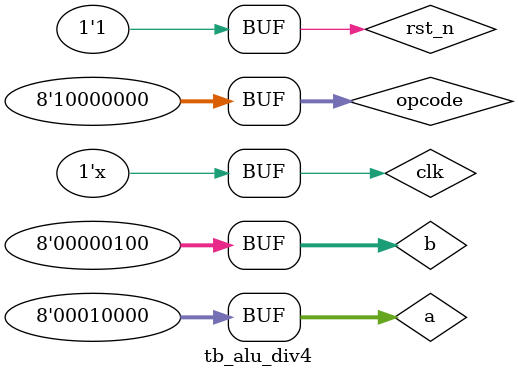
<source format=v>
`timescale 1ns / 1ps

module tb_alu_div4;

	// Inputs
	reg rst_n;
	reg clk;
	reg [7:0] opcode;
	reg [7:0] a;
	reg [7:0] b;

	// Outputs
	wire [7:0] z;

	// Instantiate the Unit Under Test (UUT)
	alu4b uut (
		.rst_n(rst_n), 
		.clk(clk), 
		.opcode(opcode), 
		.a(a), 
		.b(b), 
		.z(z)
	);
	
	always #5 clk=~clk;

	initial begin
		// Initialize Inputs
		rst_n = 0;
		clk = 0;
		opcode = 0;
		a = 0;
		b = 0;

		// Wait 100 ns for global reset to finish
		#100;

		// Add stimulus here
		rst_n=1;
		
		a=8'd16;
		b=8'd4;
		
		#10;
		opcode=8'h80;

	end
      
endmodule


</source>
